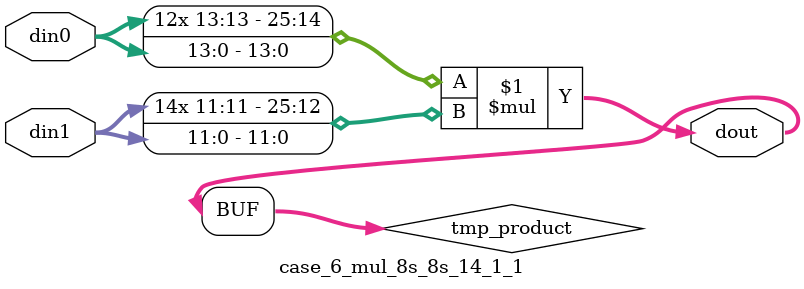
<source format=v>

`timescale 1 ns / 1 ps

 module case_6_mul_8s_8s_14_1_1(din0, din1, dout);
parameter ID = 1;
parameter NUM_STAGE = 0;
parameter din0_WIDTH = 14;
parameter din1_WIDTH = 12;
parameter dout_WIDTH = 26;

input [din0_WIDTH - 1 : 0] din0; 
input [din1_WIDTH - 1 : 0] din1; 
output [dout_WIDTH - 1 : 0] dout;

wire signed [dout_WIDTH - 1 : 0] tmp_product;



























assign tmp_product = $signed(din0) * $signed(din1);








assign dout = tmp_product;





















endmodule

</source>
